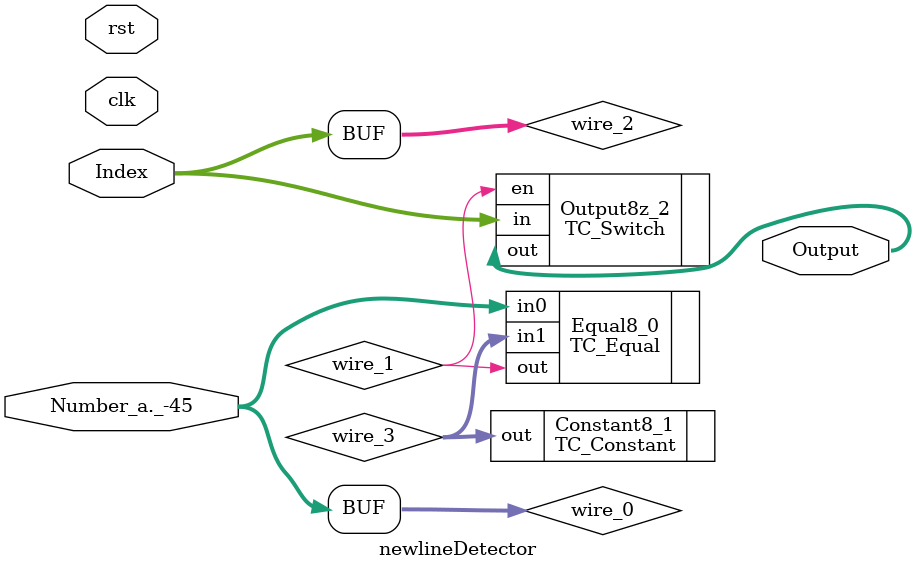
<source format=v>
module newlineDetector (clk, rst, \Number_a._-45 , Index, Output);
  parameter UUID = 0;
  parameter NAME = "";
  input wire clk;
  input wire rst;

  input  wire [7:0] \Number_a._-45 ;
  input  wire [7:0] Index;
  output  wire [7:0] Output;

  TC_Equal # (.UUID(64'd1641105168902774574 ^ UUID), .BIT_WIDTH(64'd8)) Equal8_0 (.in0(wire_0), .in1(wire_3), .out(wire_1));
  TC_Constant # (.UUID(64'd1804371855211244039 ^ UUID), .BIT_WIDTH(64'd8), .value(8'hDA)) Constant8_1 (.out(wire_3));
  TC_Switch # (.UUID(64'd3972616882035362788 ^ UUID), .BIT_WIDTH(64'd8)) Output8z_2 (.en(wire_1), .in(wire_2), .out(Output));

  wire [7:0] wire_0;
  assign wire_0 = \Number_a._-45 ;
  wire [0:0] wire_1;
  wire [7:0] wire_2;
  assign wire_2 = Index;
  wire [7:0] wire_3;

endmodule

</source>
